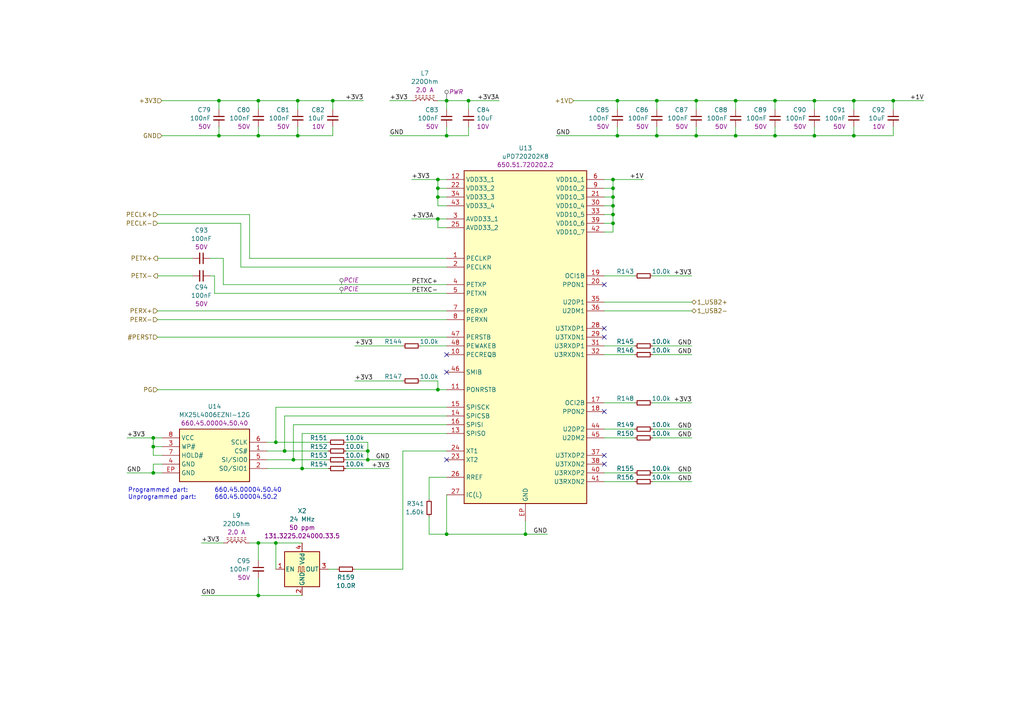
<source format=kicad_sch>
(kicad_sch (version 20250114) (generator "eeschema") (generator_version "9.0")
  (paper "A4")
  (title_block (title "CQ2") (date "2024-08-03") (rev "0") (comment 1 "PCIe USB Interface") (comment 2 "Manfred Schmitz") (comment 3 "tbd") (comment 4 "2024-07-03") (comment 5 "tbd") (comment 6 "A"))
  (lib_symbols
    (symbol "ci4rail-database:capacitors/86" (pin_numbers (hide yes)) (pin_names (offset 0.254) (hide yes))
      (property "Reference" "C" (at 0.254 1.778 0))
      (property "Value" "100nF" (at 0.254 -2.032 0))
      (property "Value2" "50V" (at 0 0 0))
      (symbol "capacitors/86_0_1"
        (polyline (pts (xy -1.524 0.508) (xy 1.524 0.508)) (stroke (width 0.3048)))
        (polyline (pts (xy -1.524 -0.508) (xy 1.524 -0.508)) (stroke (width 0.3302)))
      )
      (symbol "capacitors/86_1_1"
        (pin passive line (at 0 2.54 270) (length 2.032) (name "~") (number "1"))
        (pin passive line (at 0 -2.54 90) (length 2.032) (name "~") (number "2"))
      )
    )
    (symbol "ci4rail-database:capacitors/93" (pin_numbers (hide yes)) (pin_names (offset 0.254) (hide yes))
      (property "Reference" "C" (at 0.254 1.778 0))
      (property "Value" "10uF" (at 0.254 -2.032 0))
      (property "Value2" "10V" (at 0 0 0))
      (symbol "capacitors/93_0_1"
        (polyline (pts (xy -1.524 0.508) (xy 1.524 0.508)) (stroke (width 0.3048)))
        (polyline (pts (xy -1.524 -0.508) (xy 1.524 -0.508)) (stroke (width 0.3302)))
      )
      (symbol "capacitors/93_1_1"
        (pin passive line (at 0 2.54 270) (length 2.032) (name "~") (number "1"))
        (pin passive line (at 0 -2.54 90) (length 2.032) (name "~") (number "2"))
      )
    )
    (symbol "ci4rail-database:inductors/46" (pin_numbers (hide yes)) (pin_names (offset 1.016) (hide yes))
      (property "Reference" "L" (at -1.905 -1.905 90))
      (property "Value" "220Ohm" (at 2.794 0 90))
      (property "Value1" "2.0 A" (at 0 0 0))
      (symbol "inductors/46_0_1"
        (arc (start 0 2.54) (mid 0.635 1.905) (end 0 1.27))
        (arc (start 0 1.27) (mid 0.635 0.635) (end 0 0))
        (arc (start 0 0) (mid 0.635 -0.635) (end 0 -1.27))
        (arc (start 0 -1.27) (mid 0.635 -1.905) (end 0 -2.54))
        (polyline (pts (xy 1.016 2.286) (xy 1.016 2.794)))
        (polyline (pts (xy 1.016 1.27) (xy 1.016 1.778)))
        (polyline (pts (xy 1.016 0.254) (xy 1.016 0.762)))
        (polyline (pts (xy 1.016 -0.762) (xy 1.016 -0.254)))
        (polyline (pts (xy 1.016 -1.778) (xy 1.016 -1.27)))
        (polyline (pts (xy 1.016 -2.794) (xy 1.016 -2.286)))
        (polyline (pts (xy 1.524 2.794) (xy 1.524 2.286)))
        (polyline (pts (xy 1.524 1.778) (xy 1.524 1.27)))
        (polyline (pts (xy 1.524 0.762) (xy 1.524 0.254)))
        (polyline (pts (xy 1.524 -0.254) (xy 1.524 -0.762)))
        (polyline (pts (xy 1.524 -1.27) (xy 1.524 -1.778)))
        (polyline (pts (xy 1.524 -2.286) (xy 1.524 -2.794)))
      )
      (symbol "inductors/46_1_1"
        (pin passive line (at 0 3.81 270) (length 1.27) (name "1") (number "1"))
        (pin passive line (at 0 -3.81 90) (length 1.27) (name "2") (number "2"))
      )
    )
    (symbol "ci4rail-database:integrated/149"
      (property "Reference" "U" (at -0.762 53.086 0))
      (property "Value" "uPD720202K8" (at -10.414 50.8 0))
      (symbol "integrated/149_1_1"
        (rectangle (start -17.78 48.26) (end 17.78 -48.26) (stroke (width 0.254)) (fill (type background)))
        (pin passive line (at -22.86 45.72 0) (length 5.08) (name "VDD33_1") (number "12"))
        (pin passive line (at -22.86 43.18 0) (length 5.08) (name "VDD33_2") (number "22"))
        (pin passive line (at -22.86 40.64 0) (length 5.08) (name "VDD33_3") (number "34"))
        (pin passive line (at -22.86 38.1 0) (length 5.08) (name "VDD33_4") (number "43"))
        (pin passive line (at -22.86 34.29 0) (length 5.08) (name "AVDD33_1") (number "3"))
        (pin passive line (at -22.86 31.75 0) (length 5.08) (name "AVDD33_2") (number "25"))
        (pin passive line (at -22.86 22.86 0) (length 5.08) (name "PECLKP") (number "1"))
        (pin passive line (at -22.86 20.32 0) (length 5.08) (name "PECLKN") (number "2"))
        (pin passive line (at -22.86 15.24 0) (length 5.08) (name "PETXP") (number "4"))
        (pin passive line (at -22.86 12.7 0) (length 5.08) (name "PETXN") (number "5"))
        (pin passive line (at -22.86 7.62 0) (length 5.08) (name "PERXP") (number "7"))
        (pin passive line (at -22.86 5.08 0) (length 5.08) (name "PERXN") (number "8"))
        (pin passive line (at -22.86 0 0) (length 5.08) (name "PERSTB") (number "47"))
        (pin passive line (at -22.86 -2.54 0) (length 5.08) (name "PEWAKEB") (number "48"))
        (pin passive line (at -22.86 -5.08 0) (length 5.08) (name "PECREQB") (number "10"))
        (pin passive line (at -22.86 -10.16 0) (length 5.08) (name "SMIB") (number "46"))
        (pin passive line (at -22.86 -15.24 0) (length 5.08) (name "PONRSTB") (number "11"))
        (pin passive line (at -22.86 -20.32 0) (length 5.08) (name "SPISCK") (number "15"))
        (pin passive line (at -22.86 -22.86 0) (length 5.08) (name "SPICSB") (number "14"))
        (pin passive line (at -22.86 -25.4 0) (length 5.08) (name "SPISI") (number "16"))
        (pin passive line (at -22.86 -27.94 0) (length 5.08) (name "SPISO") (number "13"))
        (pin passive line (at -22.86 -33.02 0) (length 5.08) (name "XT1") (number "24"))
        (pin passive line (at -22.86 -35.56 0) (length 5.08) (name "XT2") (number "23"))
        (pin passive line (at -22.86 -40.64 0) (length 5.08) (name "RREF") (number "26"))
        (pin passive line (at -22.86 -45.72 0) (length 5.08) (name "IC(L)") (number "27"))
        (pin passive line (at 0 -53.34 90) (length 5.08) (name "GND") (number "EP"))
        (pin passive line (at 22.86 45.72 180) (length 5.08) (name "VDD10_1") (number "6"))
        (pin passive line (at 22.86 43.18 180) (length 5.08) (name "VDD10_2") (number "9"))
        (pin passive line (at 22.86 40.64 180) (length 5.08) (name "VDD10_3") (number "21"))
        (pin passive line (at 22.86 38.1 180) (length 5.08) (name "VDD10_4") (number "30"))
        (pin passive line (at 22.86 35.56 180) (length 5.08) (name "VDD10_5") (number "33"))
        (pin passive line (at 22.86 33.02 180) (length 5.08) (name "VDD10_6") (number "39"))
        (pin passive line (at 22.86 30.48 180) (length 5.08) (name "VDD10_7") (number "42"))
        (pin passive line (at 22.86 17.78 180) (length 5.08) (name "OCI1B") (number "19"))
        (pin passive line (at 22.86 15.24 180) (length 5.08) (name "PPON1") (number "20"))
        (pin passive line (at 22.86 10.16 180) (length 5.08) (name "U2DP1") (number "35"))
        (pin passive line (at 22.86 7.62 180) (length 5.08) (name "U2DM1") (number "36"))
        (pin passive line (at 22.86 2.54 180) (length 5.08) (name "U3TXDP1") (number "28"))
        (pin passive line (at 22.86 0 180) (length 5.08) (name "U3TXDN1") (number "29"))
        (pin passive line (at 22.86 -2.54 180) (length 5.08) (name "U3RXDP1") (number "31"))
        (pin passive line (at 22.86 -5.08 180) (length 5.08) (name "U3RXDN1") (number "32"))
        (pin passive line (at 22.86 -19.05 180) (length 5.08) (name "OCI2B") (number "17"))
        (pin passive line (at 22.86 -21.59 180) (length 5.08) (name "PPON2") (number "18"))
        (pin passive line (at 22.86 -26.67 180) (length 5.08) (name "U2DP2") (number "44"))
        (pin passive line (at 22.86 -29.21 180) (length 5.08) (name "U2DM2") (number "45"))
        (pin passive line (at 22.86 -34.29 180) (length 5.08) (name "U3TXDP2") (number "37"))
        (pin passive line (at 22.86 -36.83 180) (length 5.08) (name "U3TXDN2") (number "38"))
        (pin passive line (at 22.86 -39.37 180) (length 5.08) (name "U3RXDP2") (number "40"))
        (pin passive line (at 22.86 -41.91 180) (length 5.08) (name "U3RXDN2") (number "41"))
      )
    )
    (symbol "ci4rail-database:integrated/150"
      (property "Reference" "U" (at -10.414 11.938 0))
      (property "Value" "MX25L4006EZNI-12G" (at -10.414 9.906 0))
      (symbol "integrated/150_1_1"
        (rectangle (start -10.16 7.62) (end 10.16 -7.62) (stroke (width 0.254)) (fill (type background)))
        (pin passive line (at -15.24 5.08 0) (length 5.08) (name "VCC") (number "8"))
        (pin passive line (at -15.24 2.54 0) (length 5.08) (name "WP#") (number "3"))
        (pin passive line (at -15.24 0 0) (length 5.08) (name "HOLD#") (number "7"))
        (pin passive line (at -15.24 -2.54 0) (length 5.08) (name "GND") (number "4"))
        (pin passive line (at -15.24 -5.08 0) (length 5.08) (name "GND") (number "EP"))
        (pin passive line (at 15.24 3.81 180) (length 5.08) (name "SCLK") (number "6"))
        (pin passive line (at 15.24 1.27 180) (length 5.08) (name "CS#") (number "1"))
        (pin passive line (at 15.24 -1.27 180) (length 5.08) (name "SI/SIO0") (number "5"))
        (pin passive line (at 15.24 -3.81 180) (length 5.08) (name "SO/SIO1") (number "2"))
      )
    )
    (symbol "ci4rail-database:integrated/75" (pin_names (offset 0.254))
      (property "Reference" "X" (at 2.54 11.938 0))
      (property "Value" "24 MHz" (at 2.286 10.16 0))
      (property "Value1" "50 ppm" (at 4.318 8.89 0))
      (property "ERP2" "131.3225.024000.33.5" (at 4.826 6.604 0))
      (symbol "integrated/75_0_1"
        (rectangle (start -5.08 5.08) (end 5.08 -5.08) (stroke (width 0.254)) (fill (type background)))
        (polyline (pts (xy -1.27 -0.762) (xy -1.016 -0.762) (xy -1.016 0.762) (xy -0.508 0.762) (xy -0.508 -0.762) (xy 0 -0.762) (xy 0 0.762) (xy 0.508 0.762) (xy 0.508 -0.762) (xy 0.762 -0.762)))
      )
      (symbol "integrated/75_1_1"
        (pin passive line (at -7.62 0 0) (length 2.54) (name "EN") (number "1"))
        (pin passive line (at 0 7.62 270) (length 2.54) (name "Vdd") (number "4"))
        (pin passive line (at 0 -7.62 90) (length 2.54) (name "GND") (number "2"))
        (pin passive line (at 7.62 0 180) (length 2.54) (name "OUT") (number "3"))
      )
    )
    (symbol "ci4rail-database:resistors/104" (pin_numbers (hide yes)) (pin_names (offset 0))
      (property "Reference" "R" (at 2.032 0 90))
      (property "Value" "10.0R" (at 0 0 90))
      (symbol "resistors/104_0_1"
        (rectangle (start -0.635 1.905) (end 0.635 -1.905) (stroke (width 0.254)))
      )
      (symbol "resistors/104_1_1"
        (pin passive line (at 0 2.54 270) (length 0.635) (name "~") (number "1"))
        (pin passive line (at 0 -2.54 90) (length 0.635) (name "~") (number "2"))
      )
    )
    (symbol "ci4rail-database:resistors/179" (pin_numbers (hide yes)) (pin_names (offset 0))
      (property "Reference" "R" (at 2.032 0 90))
      (property "Value" "10.0k" (at 0 0 90))
      (symbol "resistors/179_0_1"
        (rectangle (start -0.635 1.905) (end 0.635 -1.905) (stroke (width 0.254)))
      )
      (symbol "resistors/179_1_1"
        (pin passive line (at 0 2.54 270) (length 0.635) (name "~") (number "1"))
        (pin passive line (at 0 -2.54 90) (length 0.635) (name "~") (number "2"))
      )
    )
    (symbol "ci4rail-database:resistors/238" (pin_numbers (hide yes)) (pin_names (offset 0))
      (property "Reference" "R" (at 2.032 0 90))
      (property "Value" "1.60k" (at 0 0 90))
      (symbol "resistors/238_0_1"
        (rectangle (start -0.635 1.905) (end 0.635 -1.905) (stroke (width 0.254)))
      )
      (symbol "resistors/238_1_1"
        (pin passive line (at 0 2.54 270) (length 0.635) (name "~") (number "1"))
        (pin passive line (at 0 -2.54 90) (length 0.635) (name "~") (number "2"))
      )
    )
  )
  (text "Programmed part:	660.45.00004.50.40\nUnprogrammed part:	660.45.00004.50.2 " (at 37.084 143.256 0) (effects (font (size 1.27 1.27)) (justify left)))
  (junction (at 106.68 130.81))
  (junction (at 213.36 29.21))
  (junction (at 63.5 39.37))
  (junction (at 201.93 29.21))
  (junction (at 80.01 157.48))
  (junction (at 44.45 127))
  (junction (at 179.07 29.21))
  (junction (at 74.93 39.37))
  (junction (at 177.8 64.77))
  (junction (at 96.52 29.21))
  (junction (at 87.63 135.89))
  (junction (at 135.89 29.21))
  (junction (at 129.54 29.21))
  (junction (at 224.79 29.21))
  (junction (at 247.65 39.37))
  (junction (at 236.22 29.21))
  (junction (at 129.54 154.94))
  (junction (at 127 54.61))
  (junction (at 74.93 172.72))
  (junction (at 177.8 52.07))
  (junction (at 201.93 39.37))
  (junction (at 86.36 29.21))
  (junction (at 74.93 29.21))
  (junction (at 177.8 59.69))
  (junction (at 127 57.15))
  (junction (at 44.45 137.16))
  (junction (at 179.07 39.37))
  (junction (at 127 52.07))
  (junction (at 177.8 54.61))
  (junction (at 259.08 29.21))
  (junction (at 177.8 57.15))
  (junction (at 63.5 29.21))
  (junction (at 74.93 157.48))
  (junction (at 106.68 133.35))
  (junction (at 82.55 130.81))
  (junction (at 127 113.03))
  (junction (at 152.4 154.94))
  (junction (at 85.09 133.35))
  (junction (at 190.5 29.21))
  (junction (at 247.65 29.21))
  (junction (at 213.36 39.37))
  (junction (at 224.79 39.37))
  (junction (at 80.01 128.27))
  (junction (at 44.45 129.54))
  (junction (at 129.54 39.37))
  (junction (at 236.22 39.37))
  (junction (at 177.8 62.23))
  (junction (at 127 63.5))
  (junction (at 190.5 39.37))
  (junction (at 86.36 39.37))
  (no_connect (at 175.26 134.62))
  (no_connect (at 175.26 82.55))
  (no_connect (at 129.54 102.87))
  (no_connect (at 175.26 132.08))
  (no_connect (at 129.54 107.95))
  (no_connect (at 175.26 119.38))
  (no_connect (at 175.26 97.79))
  (no_connect (at 175.26 95.25))
  (no_connect (at 129.54 133.35))
  (wire (pts (xy 77.47 133.35) (xy 85.09 133.35)))
  (wire (pts (xy 127 110.49) (xy 127 113.03)))
  (wire (pts (xy 201.93 36.83) (xy 201.93 39.37)))
  (wire (pts (xy 259.08 31.75) (xy 259.08 29.21)))
  (wire (pts (xy 127 66.04) (xy 127 63.5)))
  (wire (pts (xy 129.54 66.04) (xy 127 66.04)))
  (wire (pts (xy 74.93 172.72) (xy 74.93 167.64)))
  (wire (pts (xy 80.01 128.27) (xy 80.01 118.11)))
  (wire (pts (xy 190.5 36.83) (xy 190.5 39.37)))
  (wire (pts (xy 259.08 36.83) (xy 259.08 39.37)))
  (wire (pts (xy 121.92 100.33) (xy 129.54 100.33)))
  (wire (pts (xy 179.07 29.21) (xy 190.5 29.21)))
  (wire (pts (xy 116.84 130.81) (xy 116.84 165.1)))
  (wire (pts (xy 177.8 62.23) (xy 175.26 62.23)))
  (wire (pts (xy 45.72 113.03) (xy 127 113.03)))
  (wire (pts (xy 177.8 64.77) (xy 177.8 67.31)))
  (wire (pts (xy 200.66 80.01) (xy 189.23 80.01)))
  (wire (pts (xy 86.36 29.21) (xy 86.36 31.75)))
  (wire (pts (xy 45.72 80.01) (xy 55.88 80.01)))
  (wire (pts (xy 100.33 130.81) (xy 106.68 130.81)))
  (wire (pts (xy 184.15 80.01) (xy 175.26 80.01)))
  (wire (pts (xy 121.92 110.49) (xy 127 110.49)))
  (wire (pts (xy 100.33 128.27) (xy 106.68 128.27)))
  (wire (pts (xy 200.66 116.84) (xy 189.23 116.84)))
  (wire (pts (xy 129.54 74.93) (xy 72.39 74.93)))
  (wire (pts (xy 129.54 120.65) (xy 82.55 120.65)))
  (wire (pts (xy 116.84 165.1) (xy 102.87 165.1)))
  (wire (pts (xy 124.46 149.86) (xy 124.46 154.94)))
  (wire (pts (xy 77.47 128.27) (xy 80.01 128.27)))
  (wire (pts (xy 113.03 39.37) (xy 129.54 39.37)))
  (wire (pts (xy 259.08 29.21) (xy 267.97 29.21)))
  (wire (pts (xy 100.33 133.35) (xy 106.68 133.35)))
  (wire (pts (xy 46.99 134.62) (xy 44.45 134.62)))
  (wire (pts (xy 77.47 130.81) (xy 82.55 130.81)))
  (wire (pts (xy 127 54.61) (xy 127 57.15)))
  (wire (pts (xy 135.89 31.75) (xy 135.89 29.21)))
  (wire (pts (xy 135.89 36.83) (xy 135.89 39.37)))
  (wire (pts (xy 224.79 36.83) (xy 224.79 39.37)))
  (wire (pts (xy 175.26 90.17) (xy 200.66 90.17)))
  (wire (pts (xy 175.26 139.7) (xy 184.15 139.7)))
  (wire (pts (xy 86.36 39.37) (xy 74.93 39.37)))
  (wire (pts (xy 152.4 151.13) (xy 152.4 154.94)))
  (wire (pts (xy 97.79 165.1) (xy 95.25 165.1)))
  (wire (pts (xy 224.79 29.21) (xy 224.79 31.75)))
  (wire (pts (xy 45.72 97.79) (xy 129.54 97.79)))
  (wire (pts (xy 177.8 62.23) (xy 177.8 64.77)))
  (wire (pts (xy 189.23 100.33) (xy 200.66 100.33)))
  (wire (pts (xy 127 63.5) (xy 129.54 63.5)))
  (wire (pts (xy 177.8 54.61) (xy 177.8 57.15)))
  (wire (pts (xy 80.01 157.48) (xy 87.63 157.48)))
  (wire (pts (xy 87.63 125.73) (xy 87.63 135.89)))
  (wire (pts (xy 82.55 130.81) (xy 95.25 130.81)))
  (wire (pts (xy 184.15 116.84) (xy 175.26 116.84)))
  (wire (pts (xy 80.01 118.11) (xy 129.54 118.11)))
  (wire (pts (xy 58.42 157.48) (xy 64.77 157.48)))
  (wire (pts (xy 124.46 154.94) (xy 129.54 154.94)))
  (wire (pts (xy 45.72 90.17) (xy 129.54 90.17)))
  (wire (pts (xy 129.54 54.61) (xy 127 54.61)))
  (wire (pts (xy 201.93 39.37) (xy 190.5 39.37)))
  (wire (pts (xy 96.52 29.21) (xy 105.41 29.21)))
  (wire (pts (xy 58.42 172.72) (xy 74.93 172.72)))
  (wire (pts (xy 190.5 29.21) (xy 201.93 29.21)))
  (wire (pts (xy 69.85 77.47) (xy 69.85 64.77)))
  (wire (pts (xy 74.93 29.21) (xy 86.36 29.21)))
  (wire (pts (xy 236.22 29.21) (xy 236.22 31.75)))
  (wire (pts (xy 166.37 29.21) (xy 179.07 29.21)))
  (wire (pts (xy 129.54 52.07) (xy 127 52.07)))
  (wire (pts (xy 201.93 29.21) (xy 213.36 29.21)))
  (wire (pts (xy 100.33 135.89) (xy 113.03 135.89)))
  (wire (pts (xy 177.8 59.69) (xy 175.26 59.69)))
  (wire (pts (xy 177.8 67.31) (xy 175.26 67.31)))
  (wire (pts (xy 60.96 74.93) (xy 64.77 74.93)))
  (wire (pts (xy 80.01 165.1) (xy 80.01 157.48)))
  (wire (pts (xy 247.65 36.83) (xy 247.65 39.37)))
  (wire (pts (xy 236.22 36.83) (xy 236.22 39.37)))
  (wire (pts (xy 177.8 52.07) (xy 175.26 52.07)))
  (wire (pts (xy 247.65 29.21) (xy 259.08 29.21)))
  (wire (pts (xy 46.99 29.21) (xy 63.5 29.21)))
  (wire (pts (xy 213.36 36.83) (xy 213.36 39.37)))
  (wire (pts (xy 74.93 157.48) (xy 80.01 157.48)))
  (wire (pts (xy 119.38 52.07) (xy 127 52.07)))
  (wire (pts (xy 189.23 124.46) (xy 200.66 124.46)))
  (wire (pts (xy 85.09 133.35) (xy 85.09 123.19)))
  (wire (pts (xy 213.36 39.37) (xy 224.79 39.37)))
  (wire (pts (xy 127 29.21) (xy 129.54 29.21)))
  (wire (pts (xy 36.83 127) (xy 44.45 127)))
  (wire (pts (xy 62.23 80.01) (xy 60.96 80.01)))
  (wire (pts (xy 106.68 128.27) (xy 106.68 130.81)))
  (wire (pts (xy 106.68 133.35) (xy 113.03 133.35)))
  (wire (pts (xy 129.54 143.51) (xy 129.54 154.94)))
  (wire (pts (xy 135.89 39.37) (xy 129.54 39.37)))
  (wire (pts (xy 85.09 133.35) (xy 95.25 133.35)))
  (wire (pts (xy 127 52.07) (xy 127 54.61)))
  (wire (pts (xy 96.52 36.83) (xy 96.52 39.37)))
  (wire (pts (xy 46.99 39.37) (xy 63.5 39.37)))
  (wire (pts (xy 72.39 157.48) (xy 74.93 157.48)))
  (wire (pts (xy 74.93 162.56) (xy 74.93 157.48)))
  (wire (pts (xy 102.87 100.33) (xy 116.84 100.33)))
  (wire (pts (xy 177.8 52.07) (xy 186.69 52.07)))
  (wire (pts (xy 224.79 39.37) (xy 236.22 39.37)))
  (wire (pts (xy 46.99 132.08) (xy 44.45 132.08)))
  (wire (pts (xy 44.45 137.16) (xy 46.99 137.16)))
  (wire (pts (xy 129.54 125.73) (xy 87.63 125.73)))
  (wire (pts (xy 175.26 124.46) (xy 184.15 124.46)))
  (wire (pts (xy 129.54 29.21) (xy 135.89 29.21)))
  (wire (pts (xy 113.03 29.21) (xy 119.38 29.21)))
  (wire (pts (xy 175.26 87.63) (xy 200.66 87.63)))
  (wire (pts (xy 64.77 74.93) (xy 64.77 82.55)))
  (wire (pts (xy 129.54 36.83) (xy 129.54 39.37)))
  (wire (pts (xy 175.26 127) (xy 184.15 127)))
  (wire (pts (xy 127 113.03) (xy 129.54 113.03)))
  (wire (pts (xy 213.36 29.21) (xy 224.79 29.21)))
  (wire (pts (xy 102.87 110.49) (xy 116.84 110.49)))
  (wire (pts (xy 44.45 129.54) (xy 44.45 127)))
  (wire (pts (xy 45.72 62.23) (xy 72.39 62.23)))
  (wire (pts (xy 80.01 128.27) (xy 95.25 128.27)))
  (wire (pts (xy 177.8 52.07) (xy 177.8 54.61)))
  (wire (pts (xy 36.83 137.16) (xy 44.45 137.16)))
  (wire (pts (xy 63.5 29.21) (xy 74.93 29.21)))
  (wire (pts (xy 74.93 36.83) (xy 74.93 39.37)))
  (wire (pts (xy 119.38 63.5) (xy 127 63.5)))
  (wire (pts (xy 69.85 77.47) (xy 129.54 77.47)))
  (wire (pts (xy 247.65 29.21) (xy 247.65 31.75)))
  (wire (pts (xy 161.29 39.37) (xy 179.07 39.37)))
  (wire (pts (xy 62.23 80.01) (xy 62.23 85.09)))
  (wire (pts (xy 189.23 137.16) (xy 200.66 137.16)))
  (wire (pts (xy 82.55 120.65) (xy 82.55 130.81)))
  (wire (pts (xy 189.23 127) (xy 200.66 127)))
  (wire (pts (xy 179.07 36.83) (xy 179.07 39.37)))
  (wire (pts (xy 224.79 29.21) (xy 236.22 29.21)))
  (wire (pts (xy 129.54 31.75) (xy 129.54 29.21)))
  (wire (pts (xy 77.47 135.89) (xy 87.63 135.89)))
  (wire (pts (xy 177.8 57.15) (xy 177.8 59.69)))
  (wire (pts (xy 63.5 31.75) (xy 63.5 29.21)))
  (wire (pts (xy 201.93 29.21) (xy 201.93 31.75)))
  (wire (pts (xy 127 57.15) (xy 129.54 57.15)))
  (wire (pts (xy 124.46 138.43) (xy 124.46 144.78)))
  (wire (pts (xy 106.68 130.81) (xy 106.68 133.35)))
  (wire (pts (xy 135.89 29.21) (xy 144.78 29.21)))
  (wire (pts (xy 189.23 139.7) (xy 200.66 139.7)))
  (wire (pts (xy 86.36 29.21) (xy 96.52 29.21)))
  (wire (pts (xy 96.52 31.75) (xy 96.52 29.21)))
  (wire (pts (xy 177.8 64.77) (xy 175.26 64.77)))
  (wire (pts (xy 179.07 31.75) (xy 179.07 29.21)))
  (wire (pts (xy 74.93 39.37) (xy 63.5 39.37)))
  (wire (pts (xy 45.72 74.93) (xy 55.88 74.93)))
  (wire (pts (xy 44.45 127) (xy 46.99 127)))
  (wire (pts (xy 87.63 172.72) (xy 74.93 172.72)))
  (wire (pts (xy 177.8 59.69) (xy 177.8 62.23)))
  (wire (pts (xy 175.26 102.87) (xy 184.15 102.87)))
  (wire (pts (xy 127 59.69) (xy 127 57.15)))
  (wire (pts (xy 62.23 85.09) (xy 129.54 85.09)))
  (wire (pts (xy 74.93 29.21) (xy 74.93 31.75)))
  (wire (pts (xy 64.77 82.55) (xy 129.54 82.55)))
  (wire (pts (xy 190.5 29.21) (xy 190.5 31.75)))
  (wire (pts (xy 190.5 39.37) (xy 179.07 39.37)))
  (wire (pts (xy 116.84 130.81) (xy 129.54 130.81)))
  (wire (pts (xy 189.23 102.87) (xy 200.66 102.87)))
  (wire (pts (xy 44.45 134.62) (xy 44.45 137.16)))
  (wire (pts (xy 45.72 64.77) (xy 69.85 64.77)))
  (wire (pts (xy 45.72 92.71) (xy 129.54 92.71)))
  (wire (pts (xy 129.54 138.43) (xy 124.46 138.43)))
  (wire (pts (xy 72.39 74.93) (xy 72.39 62.23)))
  (wire (pts (xy 85.09 123.19) (xy 129.54 123.19)))
  (wire (pts (xy 236.22 29.21) (xy 247.65 29.21)))
  (wire (pts (xy 87.63 135.89) (xy 95.25 135.89)))
  (wire (pts (xy 63.5 36.83) (xy 63.5 39.37)))
  (wire (pts (xy 86.36 36.83) (xy 86.36 39.37)))
  (wire (pts (xy 247.65 39.37) (xy 259.08 39.37)))
  (wire (pts (xy 96.52 39.37) (xy 86.36 39.37)))
  (wire (pts (xy 175.26 100.33) (xy 184.15 100.33)))
  (wire (pts (xy 44.45 129.54) (xy 46.99 129.54)))
  (wire (pts (xy 177.8 54.61) (xy 175.26 54.61)))
  (wire (pts (xy 177.8 57.15) (xy 175.26 57.15)))
  (wire (pts (xy 236.22 39.37) (xy 247.65 39.37)))
  (wire (pts (xy 44.45 132.08) (xy 44.45 129.54)))
  (wire (pts (xy 129.54 59.69) (xy 127 59.69)))
  (wire (pts (xy 201.93 39.37) (xy 213.36 39.37)))
  (wire (pts (xy 152.4 154.94) (xy 158.75 154.94)))
  (wire (pts (xy 213.36 29.21) (xy 213.36 31.75)))
  (wire (pts (xy 129.54 154.94) (xy 152.4 154.94)))
  (wire (pts (xy 175.26 137.16) (xy 184.15 137.16)))
  (label "+1V" (at 267.97 29.21 180))
  (label "+1V" (at 186.69 52.07 180))
  (label "PETXC+" (at 119.38 82.55 0))
  (label "GND" (at 36.83 137.16 0))
  (label "PETXC-" (at 119.38 85.09 0))
  (label "+3V3" (at 113.03 135.89 180))
  (label "+3V3A" (at 119.38 63.5 0))
  (label "GND" (at 58.42 172.72 0))
  (label "GND" (at 200.66 127 180))
  (label "GND" (at 113.03 39.37 0))
  (label "GND" (at 200.66 124.46 180))
  (label "+3V3" (at 102.87 100.33 0))
  (label "GND" (at 200.66 100.33 180))
  (label "+3V3A" (at 144.78 29.21 180))
  (label "+3V3" (at 58.42 157.48 0))
  (label "+3V3" (at 105.41 29.21 180))
  (label "+3V3" (at 200.66 116.84 180))
  (label "+3V3" (at 113.03 29.21 0))
  (label "+3V3" (at 102.87 110.49 0))
  (label "GND" (at 200.66 137.16 180))
  (label "+3V3" (at 200.66 80.01 180))
  (label "+3V3" (at 119.38 52.07 0))
  (label "GND" (at 113.03 133.35 180))
  (label "GND" (at 200.66 102.87 180))
  (label "GND" (at 158.75 154.94 180))
  (label "GND" (at 200.66 139.7 180))
  (label "GND" (at 161.29 39.37 0))
  (label "+3V3" (at 36.83 127 0))
  (hierarchical_label "1_USB2-" (shape bidirectional) (at 200.66 90.17 0))
  (hierarchical_label "PERX-" (shape input) (at 45.72 92.71 180))
  (hierarchical_label "PECLK-" (shape input) (at 45.72 64.77 180))
  (hierarchical_label "GND" (shape input) (at 46.99 39.37 180))
  (hierarchical_label "PETX+" (shape output) (at 45.72 74.93 180))
  (hierarchical_label "PG" (shape input) (at 45.72 113.03 180))
  (hierarchical_label "PETX-" (shape output) (at 45.72 80.01 180))
  (hierarchical_label "+3V3" (shape input) (at 46.99 29.21 180))
  (hierarchical_label "#PERST" (shape input) (at 45.72 97.79 180))
  (hierarchical_label "+1V" (shape input) (at 166.37 29.21 180))
  (hierarchical_label "1_USB2+" (shape bidirectional) (at 200.66 87.63 0))
  (hierarchical_label "PECLK+" (shape input) (at 45.72 62.23 180))
  (hierarchical_label "PERX+" (shape input) (at 45.72 90.17 180))
  (netclass_flag "" (length 1.28) (shape round) (at 99.06 82.55 0) (property "Netclass" "PCIE" (at 99.568 81.28 0) (effects (font (italic yes)) (justify left))))
  (netclass_flag "" (length 1.28) (shape round) (at 99.06 85.09 0) (property "Netclass" "PCIE" (at 99.568 83.82 0) (effects (font (italic yes)) (justify left))))
  (netclass_flag "" (length 2.54) (shape round) (at 129.54 29.21 0) (property "Netclass" "PWR" (at 130.1496 26.67 0) (effects (font (italic yes)) (justify left))))
  (symbol (lib_id "ci4rail-database:capacitors/93") (at 259.08 34.29 0) (mirror y) (unit 1)
    (property "Reference" "C92" (at 256.7559 31.872 0) (effects (justify left)))
    (property "Value" "10uF" (at 256.7559 34.2963 0) (effects (justify left)))
    (property "Footprint" "0-standard:0402-capacitor" (effects (hide yes)))
    (property "Description" "Multilayer Ceramic Capacitors" (effects (hide yes)))
    (property "Value1" "+/-20 %" (effects (hide yes)))
    (property "Value2" "10V" (at 256.7559 36.7206 0) (effects (justify left)))
    (property "Value3" "X5R" (effects (hide yes)))
    (property "MPN" "n/a" (effects (hide yes)))
    (property "LTB" "9999" (effects (hide yes)))
    (property "ERP1" "M120-00067-00" (effects (hide yes)))
    (property "ERP2" "110.42.610.010.0" (effects (hide yes)))
    (property "Cost" "0.1" (effects (hide yes)))
    (property "Lifecycle" "released" (effects (hide yes)))
    (property "Outline" "SMT 0402" (effects (hide yes)))
  )
  (symbol (lib_id "ci4rail-database:capacitors/86") (at 213.36 34.29 0) (mirror y) (unit 1)
    (property "Reference" "C88" (at 211.036 31.872 0) (effects (justify left)))
    (property "Value" "100nF" (at 211.036 34.2963 0) (effects (justify left)))
    (property "Footprint" "0-standard:0402-capacitor" (effects (hide yes)))
    (property "Description" "Multilayer Ceramic Capacitors" (effects (hide yes)))
    (property "Value1" "+/-10 %" (effects (hide yes)))
    (property "Value2" "50V" (at 211.036 36.7206 0) (effects (justify left)))
    (property "Value3" "X5R/X7R" (effects (hide yes)))
    (property "MPN" "n/a" (effects (hide yes)))
    (property "LTB" "9999" (effects (hide yes)))
    (property "ERP1" "M120-00060-00" (effects (hide yes)))
    (property "ERP2" "110.42.410.050.0" (effects (hide yes)))
    (property "Cost" "0.02" (effects (hide yes)))
    (property "Lifecycle" "released" (effects (hide yes)))
    (property "Outline" "SMT 0402" (effects (hide yes)))
  )
  (symbol (lib_id "ci4rail-database:capacitors/86") (at 236.22 34.29 0) (mirror y) (unit 1)
    (property "Reference" "C90" (at 233.896 31.872 0) (effects (justify left)))
    (property "Value" "100nF" (at 233.896 34.2963 0) (effects (justify left)))
    (property "Footprint" "0-standard:0402-capacitor" (effects (hide yes)))
    (property "Description" "Multilayer Ceramic Capacitors" (effects (hide yes)))
    (property "Value1" "+/-10 %" (effects (hide yes)))
    (property "Value2" "50V" (at 233.896 36.7206 0) (effects (justify left)))
    (property "Value3" "X5R/X7R" (effects (hide yes)))
    (property "MPN" "n/a" (effects (hide yes)))
    (property "LTB" "9999" (effects (hide yes)))
    (property "ERP1" "M120-00060-00" (effects (hide yes)))
    (property "ERP2" "110.42.410.050.0" (effects (hide yes)))
    (property "Cost" "0.02" (effects (hide yes)))
    (property "Lifecycle" "released" (effects (hide yes)))
    (property "Outline" "SMT 0402" (effects (hide yes)))
  )
  (symbol (lib_id "ci4rail-database:resistors/179") (at 119.38 100.33 90) (unit 1)
    (property "Reference" "R144" (at 114.046 99.06 90))
    (property "Value" "10.0k" (at 124.46 99.06 90))
    (property "Footprint" "0-standard:0402-resistor" (effects (hide yes)))
    (property "Description" "Thick film resistor" (effects (hide yes)))
    (property "Value1" "+/-1%" (effects (hide yes)))
    (property "Value2" "100 ppm" (effects (hide yes)))
    (property "Value3" "62.5 mW" (effects (hide yes)))
    (property "Value4" "50 V" (effects (hide yes)))
    (property "MPN" "n/a" (effects (hide yes)))
    (property "LTB" "9999" (effects (hide yes)))
    (property "ERP1" "M110-00163-00" (effects (hide yes)))
    (property "ERP2" "101.403.3100" (effects (hide yes)))
    (property "Lifecycle" "released" (effects (hide yes)))
    (property "Cost" "0.01" (effects (hide yes)))
    (property "Outline" "SMT 0402" (effects (hide yes)))
  )
  (symbol (lib_id "ci4rail-database:capacitors/86") (at 74.93 165.1 0) (mirror y) (unit 1)
    (property "Reference" "C95" (at 72.606 162.682 0) (effects (justify left)))
    (property "Value" "100nF" (at 72.606 165.1063 0) (effects (justify left)))
    (property "Footprint" "0-standard:0402-capacitor" (effects (hide yes)))
    (property "Description" "Multilayer Ceramic Capacitors" (effects (hide yes)))
    (property "Value1" "+/-10 %" (effects (hide yes)))
    (property "Value2" "50V" (at 72.606 167.5306 0) (effects (justify left)))
    (property "Value3" "X5R/X7R" (effects (hide yes)))
    (property "MPN" "n/a" (effects (hide yes)))
    (property "LTB" "9999" (effects (hide yes)))
    (property "ERP1" "M120-00060-00" (effects (hide yes)))
    (property "ERP2" "110.42.410.050.0" (effects (hide yes)))
    (property "Cost" "0.02" (effects (hide yes)))
    (property "Lifecycle" "released" (effects (hide yes)))
    (property "Outline" "SMT 0402" (effects (hide yes)))
  )
  (symbol (lib_id "ci4rail-database:inductors/46") (at 68.58 157.48 270) (mirror x) (unit 1)
    (property "Reference" "L9" (at 68.58 149.5143 90))
    (property "Value" "220Ohm" (at 68.58 151.9386 90))
    (property "Footprint" "0-standard:0805-inductor" (effects (hide yes)))
    (property "Datasheet" "${KICAD_CI4RAIL_DATASHEET_DIR}/inductors-46" (effects (hide yes)))
    (property "Description" "Ferrites" (effects (hide yes)))
    (property "Value1" "2.0 A" (at 68.58 154.3629 90))
    (property "Value2" "50 mOhm" (effects (hide yes)))
    (property "MPN" "Walsin WQBD2012HCU221TH" (effects (hide yes)))
    (property "MPN1" "Murata" (effects (hide yes)))
    (property "MPN2" "BLM21PG221SN1D" (effects (hide yes)))
    (property "LTB" "2034" (effects (hide yes)))
    (property "Lifecycle" "released" (effects (hide yes)))
    (property "Cost" "0.03" (effects (hide yes)))
    (property "ERP1" "M131-00003-00" (effects (hide yes)))
    (property "ERP2" "119.2.0805.0220.0" (effects (hide yes)))
    (property "Outline" "SMT 0805" (effects (hide yes)))
  )
  (symbol (lib_id "ci4rail-database:resistors/104") (at 100.33 165.1 90) (unit 1)
    (property "Reference" "R159" (at 100.33 167.4551 90))
    (property "Value" "10.0R" (at 100.33 169.8794 90))
    (property "Footprint" "0-standard:0402-resistor" (effects (hide yes)))
    (property "Description" "Thick film resistor" (effects (hide yes)))
    (property "Value1" "+/-1%" (effects (hide yes)))
    (property "Value2" "100 ppm" (effects (hide yes)))
    (property "Value3" "62.5 mW" (effects (hide yes)))
    (property "Value4" "50 V" (effects (hide yes)))
    (property "MPN" "n/a" (effects (hide yes)))
    (property "LTB" "9999" (effects (hide yes)))
    (property "ERP1" "M110-00088-00" (effects (hide yes)))
    (property "ERP2" "101.403.0100" (effects (hide yes)))
    (property "Lifecycle" "released" (effects (hide yes)))
    (property "Cost" "0.01" (effects (hide yes)))
    (property "Outline" "SMT 0402" (effects (hide yes)))
  )
  (symbol (lib_id "ci4rail-database:capacitors/86") (at 86.36 34.29 0) (mirror y) (unit 1)
    (property "Reference" "C81" (at 84.036 31.872 0) (effects (justify left)))
    (property "Value" "100nF" (at 84.036 34.2963 0) (effects (justify left)))
    (property "Footprint" "0-standard:0402-capacitor" (effects (hide yes)))
    (property "Description" "Multilayer Ceramic Capacitors" (effects (hide yes)))
    (property "Value1" "+/-10 %" (effects (hide yes)))
    (property "Value2" "50V" (at 84.036 36.7206 0) (effects (justify left)))
    (property "Value3" "X5R/X7R" (effects (hide yes)))
    (property "MPN" "n/a" (effects (hide yes)))
    (property "LTB" "9999" (effects (hide yes)))
    (property "ERP1" "M120-00060-00" (effects (hide yes)))
    (property "ERP2" "110.42.410.050.0" (effects (hide yes)))
    (property "Cost" "0.02" (effects (hide yes)))
    (property "Lifecycle" "released" (effects (hide yes)))
    (property "Outline" "SMT 0402" (effects (hide yes)))
  )
  (symbol (lib_id "ci4rail-database:capacitors/86") (at 58.42 74.93 270) (unit 1)
    (property "Reference" "C93" (at 58.4136 66.7992 90))
    (property "Value" "100nF" (at 58.4136 69.2235 90))
    (property "Footprint" "0-standard:0402-capacitor" (effects (hide yes)))
    (property "Description" "Multilayer Ceramic Capacitors" (effects (hide yes)))
    (property "Value1" "+/-10 %" (effects (hide yes)))
    (property "Value2" "50V" (at 58.4136 71.6478 90))
    (property "Value3" "X5R/X7R" (effects (hide yes)))
    (property "MPN" "n/a" (effects (hide yes)))
    (property "LTB" "9999" (effects (hide yes)))
    (property "ERP1" "M120-00060-00" (effects (hide yes)))
    (property "ERP2" "110.42.410.050.0" (effects (hide yes)))
    (property "Cost" "0.02" (effects (hide yes)))
    (property "Lifecycle" "released" (effects (hide yes)))
    (property "Outline" "SMT 0402" (effects (hide yes)))
  )
  (symbol (lib_id "ci4rail-database:resistors/179") (at 186.69 124.46 90) (unit 1)
    (property "Reference" "R149" (at 181.356 123.19 90))
    (property "Value" "10.0k" (at 191.77 123.19 90))
    (property "Footprint" "0-standard:0402-resistor" (effects (hide yes)))
    (property "Description" "Thick film resistor" (effects (hide yes)))
    (property "Value1" "+/-1%" (effects (hide yes)))
    (property "Value2" "100 ppm" (effects (hide yes)))
    (property "Value3" "62.5 mW" (effects (hide yes)))
    (property "Value4" "50 V" (effects (hide yes)))
    (property "MPN" "n/a" (effects (hide yes)))
    (property "LTB" "9999" (effects (hide yes)))
    (property "ERP1" "M110-00163-00" (effects (hide yes)))
    (property "ERP2" "101.403.3100" (effects (hide yes)))
    (property "Lifecycle" "released" (effects (hide yes)))
    (property "Cost" "0.01" (effects (hide yes)))
    (property "Outline" "SMT 0402" (effects (hide yes)))
  )
  (symbol (lib_id "ci4rail-database:integrated/150") (at 62.23 132.08 0) (unit 1)
    (property "Reference" "U14" (at 62.23 117.8913 0))
    (property "Value" "MX25L4006EZNI-12G" (at 62.23 120.3156 0))
    (property "Footprint" "1-special:integrated-150" (effects (hide yes)))
    (property "Datasheet" "${KICAD_CI4RAIL_DATASHEET_DIR}/integrated-150" (effects (hide yes)))
    (property "Description" "Flash SPI" (effects (hide yes)))
    (property "Value1" "1Mx8" (effects (hide yes)))
    (property "Value2" "33 MHz" (effects (hide yes)))
    (property "Value3" "2.7 to 3.6 V" (effects (hide yes)))
    (property "MPN" "Macronix MX25L4006EZNI-12G" (effects (hide yes)))
    (property "LTB" "2030" (effects (hide yes)))
    (property "ERP1" "integrated-150" (effects (hide yes)))
    (property "ERP2" "660.45.00004.50.40" (at 62.23 122.7399 0))
    (property "Cost" "0.45" (effects (hide yes)))
    (property "Lifecycle" "review pending CQ2" (effects (hide yes)))
    (property "Outline" "SMT 8-WSON 6x5mm" (effects (hide yes)))
  )
  (symbol (lib_id "ci4rail-database:capacitors/86") (at 63.5 34.29 0) (mirror y) (unit 1)
    (property "Reference" "C79" (at 61.176 31.872 0) (effects (justify left)))
    (property "Value" "100nF" (at 61.176 34.2963 0) (effects (justify left)))
    (property "Footprint" "0-standard:0402-capacitor" (effects (hide yes)))
    (property "Description" "Multilayer Ceramic Capacitors" (effects (hide yes)))
    (property "Value1" "+/-10 %" (effects (hide yes)))
    (property "Value2" "50V" (at 61.176 36.7206 0) (effects (justify left)))
    (property "Value3" "X5R/X7R" (effects (hide yes)))
    (property "MPN" "n/a" (effects (hide yes)))
    (property "LTB" "9999" (effects (hide yes)))
    (property "ERP1" "M120-00060-00" (effects (hide yes)))
    (property "ERP2" "110.42.410.050.0" (effects (hide yes)))
    (property "Cost" "0.02" (effects (hide yes)))
    (property "Lifecycle" "released" (effects (hide yes)))
    (property "Outline" "SMT 0402" (effects (hide yes)))
  )
  (symbol (lib_id "ci4rail-database:resistors/179") (at 119.38 110.49 90) (unit 1)
    (property "Reference" "R147" (at 114.046 109.22 90))
    (property "Value" "10.0k" (at 124.46 109.22 90))
    (property "Footprint" "0-standard:0402-resistor" (effects (hide yes)))
    (property "Description" "Thick film resistor" (effects (hide yes)))
    (property "Value1" "+/-1%" (effects (hide yes)))
    (property "Value2" "100 ppm" (effects (hide yes)))
    (property "Value3" "62.5 mW" (effects (hide yes)))
    (property "Value4" "50 V" (effects (hide yes)))
    (property "MPN" "n/a" (effects (hide yes)))
    (property "LTB" "9999" (effects (hide yes)))
    (property "ERP1" "M110-00163-00" (effects (hide yes)))
    (property "ERP2" "101.403.3100" (effects (hide yes)))
    (property "Lifecycle" "released" (effects (hide yes)))
    (property "Cost" "0.01" (effects (hide yes)))
    (property "Outline" "SMT 0402" (effects (hide yes)))
  )
  (symbol (lib_id "ci4rail-database:resistors/179") (at 186.69 127 90) (unit 1)
    (property "Reference" "R150" (at 181.356 125.73 90))
    (property "Value" "10.0k" (at 191.77 125.73 90))
    (property "Footprint" "0-standard:0402-resistor" (effects (hide yes)))
    (property "Description" "Thick film resistor" (effects (hide yes)))
    (property "Value1" "+/-1%" (effects (hide yes)))
    (property "Value2" "100 ppm" (effects (hide yes)))
    (property "Value3" "62.5 mW" (effects (hide yes)))
    (property "Value4" "50 V" (effects (hide yes)))
    (property "MPN" "n/a" (effects (hide yes)))
    (property "LTB" "9999" (effects (hide yes)))
    (property "ERP1" "M110-00163-00" (effects (hide yes)))
    (property "ERP2" "101.403.3100" (effects (hide yes)))
    (property "Lifecycle" "released" (effects (hide yes)))
    (property "Cost" "0.01" (effects (hide yes)))
    (property "Outline" "SMT 0402" (effects (hide yes)))
  )
  (symbol (lib_id "ci4rail-database:capacitors/86") (at 190.5 34.29 0) (mirror y) (unit 1)
    (property "Reference" "C86" (at 188.176 31.872 0) (effects (justify left)))
    (property "Value" "100nF" (at 188.176 34.2963 0) (effects (justify left)))
    (property "Footprint" "0-standard:0402-capacitor" (effects (hide yes)))
    (property "Description" "Multilayer Ceramic Capacitors" (effects (hide yes)))
    (property "Value1" "+/-10 %" (effects (hide yes)))
    (property "Value2" "50V" (at 188.176 36.7206 0) (effects (justify left)))
    (property "Value3" "X5R/X7R" (effects (hide yes)))
    (property "MPN" "n/a" (effects (hide yes)))
    (property "LTB" "9999" (effects (hide yes)))
    (property "ERP1" "M120-00060-00" (effects (hide yes)))
    (property "ERP2" "110.42.410.050.0" (effects (hide yes)))
    (property "Cost" "0.02" (effects (hide yes)))
    (property "Lifecycle" "released" (effects (hide yes)))
    (property "Outline" "SMT 0402" (effects (hide yes)))
  )
  (symbol (lib_id "ci4rail-database:capacitors/93") (at 135.89 34.29 0) (unit 1)
    (property "Reference" "C84" (at 138.2141 31.872 0) (effects (justify left)))
    (property "Value" "10uF" (at 138.2141 34.2963 0) (effects (justify left)))
    (property "Footprint" "0-standard:0402-capacitor" (effects (hide yes)))
    (property "Description" "Multilayer Ceramic Capacitors" (effects (hide yes)))
    (property "Value1" "+/-20 %" (effects (hide yes)))
    (property "Value2" "10V" (at 138.2141 36.7206 0) (effects (justify left)))
    (property "Value3" "X5R" (effects (hide yes)))
    (property "MPN" "n/a" (effects (hide yes)))
    (property "LTB" "9999" (effects (hide yes)))
    (property "ERP1" "M120-00067-00" (effects (hide yes)))
    (property "ERP2" "110.42.610.010.0" (effects (hide yes)))
    (property "Cost" "0.1" (effects (hide yes)))
    (property "Lifecycle" "released" (effects (hide yes)))
    (property "Outline" "SMT 0402" (effects (hide yes)))
  )
  (symbol (lib_id "ci4rail-database:capacitors/93") (at 96.52 34.29 0) (mirror y) (unit 1)
    (property "Reference" "C82" (at 94.1959 31.872 0) (effects (justify left)))
    (property "Value" "10uF" (at 94.1959 34.2963 0) (effects (justify left)))
    (property "Footprint" "0-standard:0402-capacitor" (effects (hide yes)))
    (property "Description" "Multilayer Ceramic Capacitors" (effects (hide yes)))
    (property "Value1" "+/-20 %" (effects (hide yes)))
    (property "Value2" "10V" (at 94.1959 36.7206 0) (effects (justify left)))
    (property "Value3" "X5R" (effects (hide yes)))
    (property "MPN" "n/a" (effects (hide yes)))
    (property "LTB" "9999" (effects (hide yes)))
    (property "ERP1" "M120-00067-00" (effects (hide yes)))
    (property "ERP2" "110.42.610.010.0" (effects (hide yes)))
    (property "Cost" "0.1" (effects (hide yes)))
    (property "Lifecycle" "released" (effects (hide yes)))
    (property "Outline" "SMT 0402" (effects (hide yes)))
  )
  (symbol (lib_id "ci4rail-database:capacitors/86") (at 247.65 34.29 0) (mirror y) (unit 1)
    (property "Reference" "C91" (at 245.326 31.872 0) (effects (justify left)))
    (property "Value" "100nF" (at 245.326 34.2963 0) (effects (justify left)))
    (property "Footprint" "0-standard:0402-capacitor" (effects (hide yes)))
    (property "Description" "Multilayer Ceramic Capacitors" (effects (hide yes)))
    (property "Value1" "+/-10 %" (effects (hide yes)))
    (property "Value2" "50V" (at 245.326 36.7206 0) (effects (justify left)))
    (property "Value3" "X5R/X7R" (effects (hide yes)))
    (property "MPN" "n/a" (effects (hide yes)))
    (property "LTB" "9999" (effects (hide yes)))
    (property "ERP1" "M120-00060-00" (effects (hide yes)))
    (property "ERP2" "110.42.410.050.0" (effects (hide yes)))
    (property "Cost" "0.02" (effects (hide yes)))
    (property "Lifecycle" "released" (effects (hide yes)))
    (property "Outline" "SMT 0402" (effects (hide yes)))
  )
  (symbol (lib_id "ci4rail-database:resistors/179") (at 186.69 137.16 90) (unit 1)
    (property "Reference" "R155" (at 181.356 135.89 90))
    (property "Value" "10.0k" (at 191.77 135.89 90))
    (property "Footprint" "0-standard:0402-resistor" (effects (hide yes)))
    (property "Description" "Thick film resistor" (effects (hide yes)))
    (property "Value1" "+/-1%" (effects (hide yes)))
    (property "Value2" "100 ppm" (effects (hide yes)))
    (property "Value3" "62.5 mW" (effects (hide yes)))
    (property "Value4" "50 V" (effects (hide yes)))
    (property "MPN" "n/a" (effects (hide yes)))
    (property "LTB" "9999" (effects (hide yes)))
    (property "ERP1" "M110-00163-00" (effects (hide yes)))
    (property "ERP2" "101.403.3100" (effects (hide yes)))
    (property "Lifecycle" "released" (effects (hide yes)))
    (property "Cost" "0.01" (effects (hide yes)))
    (property "Outline" "SMT 0402" (effects (hide yes)))
  )
  (symbol (lib_id "ci4rail-database:capacitors/86") (at 58.42 80.01 270) (unit 1)
    (property "Reference" "C94" (at 58.4136 83.2922 90))
    (property "Value" "100nF" (at 58.4136 85.7165 90))
    (property "Footprint" "0-standard:0402-capacitor" (effects (hide yes)))
    (property "Description" "Multilayer Ceramic Capacitors" (effects (hide yes)))
    (property "Value1" "+/-10 %" (effects (hide yes)))
    (property "Value2" "50V" (at 58.4136 88.1408 90))
    (property "Value3" "X5R/X7R" (effects (hide yes)))
    (property "MPN" "n/a" (effects (hide yes)))
    (property "LTB" "9999" (effects (hide yes)))
    (property "ERP1" "M120-00060-00" (effects (hide yes)))
    (property "ERP2" "110.42.410.050.0" (effects (hide yes)))
    (property "Cost" "0.02" (effects (hide yes)))
    (property "Lifecycle" "released" (effects (hide yes)))
    (property "Outline" "SMT 0402" (effects (hide yes)))
  )
  (symbol (lib_id "ci4rail-database:resistors/179") (at 186.69 100.33 90) (unit 1)
    (property "Reference" "R145" (at 181.356 99.06 90))
    (property "Value" "10.0k" (at 191.77 99.06 90))
    (property "Footprint" "0-standard:0402-resistor" (effects (hide yes)))
    (property "Description" "Thick film resistor" (effects (hide yes)))
    (property "Value1" "+/-1%" (effects (hide yes)))
    (property "Value2" "100 ppm" (effects (hide yes)))
    (property "Value3" "62.5 mW" (effects (hide yes)))
    (property "Value4" "50 V" (effects (hide yes)))
    (property "MPN" "n/a" (effects (hide yes)))
    (property "LTB" "9999" (effects (hide yes)))
    (property "ERP1" "M110-00163-00" (effects (hide yes)))
    (property "ERP2" "101.403.3100" (effects (hide yes)))
    (property "Lifecycle" "released" (effects (hide yes)))
    (property "Cost" "0.01" (effects (hide yes)))
    (property "Outline" "SMT 0402" (effects (hide yes)))
  )
  (symbol (lib_id "ci4rail-database:integrated/149") (at 152.4 97.79 0) (unit 1)
    (property "Reference" "U13" (at 152.4 42.9613 0))
    (property "Value" "uPD720202K8" (at 152.4 45.3856 0))
    (property "Footprint" "1-special:integrated-149" (effects (hide yes)))
    (property "Datasheet" "${KICAD_CI4RAIL_DATASHEET_DIR}/integrated-149" (effects (hide yes)))
    (property "Description" "Interfcae PCIe to USB3.0 dual" (effects (hide yes)))
    (property "MPN" "Renessas UPD720202K8-711-BAA-A" (effects (hide yes)))
    (property "LTB" "2026" (effects (hide yes)))
    (property "ERP1" "integrated-149" (effects (hide yes)))
    (property "ERP2" "650.51.720202.2" (at 152.4 47.8099 0))
    (property "Cost" "4.47" (effects (hide yes)))
    (property "Lifecycle" "ERP1 pending CQ2" (effects (hide yes)))
    (property "Outline" "SMT QFN-48" (effects (hide yes)))
  )
  (symbol (lib_id "ci4rail-database:resistors/179") (at 97.79 128.27 90) (unit 1)
    (property "Reference" "R151" (at 92.456 127 90))
    (property "Value" "10.0k" (at 102.87 127 90))
    (property "Footprint" "0-standard:0402-resistor" (effects (hide yes)))
    (property "Description" "Thick film resistor" (effects (hide yes)))
    (property "Value1" "+/-1%" (effects (hide yes)))
    (property "Value2" "100 ppm" (effects (hide yes)))
    (property "Value3" "62.5 mW" (effects (hide yes)))
    (property "Value4" "50 V" (effects (hide yes)))
    (property "MPN" "n/a" (effects (hide yes)))
    (property "LTB" "9999" (effects (hide yes)))
    (property "ERP1" "M110-00163-00" (effects (hide yes)))
    (property "ERP2" "101.403.3100" (effects (hide yes)))
    (property "Lifecycle" "released" (effects (hide yes)))
    (property "Cost" "0.01" (effects (hide yes)))
    (property "Outline" "SMT 0402" (effects (hide yes)))
  )
  (symbol (lib_id "ci4rail-database:capacitors/86") (at 179.07 34.29 0) (mirror y) (unit 1)
    (property "Reference" "C85" (at 176.746 31.872 0) (effects (justify left)))
    (property "Value" "100nF" (at 176.746 34.2963 0) (effects (justify left)))
    (property "Footprint" "0-standard:0402-capacitor" (effects (hide yes)))
    (property "Description" "Multilayer Ceramic Capacitors" (effects (hide yes)))
    (property "Value1" "+/-10 %" (effects (hide yes)))
    (property "Value2" "50V" (at 176.746 36.7206 0) (effects (justify left)))
    (property "Value3" "X5R/X7R" (effects (hide yes)))
    (property "MPN" "n/a" (effects (hide yes)))
    (property "LTB" "9999" (effects (hide yes)))
    (property "ERP1" "M120-00060-00" (effects (hide yes)))
    (property "ERP2" "110.42.410.050.0" (effects (hide yes)))
    (property "Cost" "0.02" (effects (hide yes)))
    (property "Lifecycle" "released" (effects (hide yes)))
    (property "Outline" "SMT 0402" (effects (hide yes)))
  )
  (symbol (lib_id "ci4rail-database:resistors/179") (at 186.69 116.84 90) (unit 1)
    (property "Reference" "R148" (at 181.356 115.57 90))
    (property "Value" "10.0k" (at 191.77 115.57 90))
    (property "Footprint" "0-standard:0402-resistor" (effects (hide yes)))
    (property "Description" "Thick film resistor" (effects (hide yes)))
    (property "Value1" "+/-1%" (effects (hide yes)))
    (property "Value2" "100 ppm" (effects (hide yes)))
    (property "Value3" "62.5 mW" (effects (hide yes)))
    (property "Value4" "50 V" (effects (hide yes)))
    (property "MPN" "n/a" (effects (hide yes)))
    (property "LTB" "9999" (effects (hide yes)))
    (property "ERP1" "M110-00163-00" (effects (hide yes)))
    (property "ERP2" "101.403.3100" (effects (hide yes)))
    (property "Lifecycle" "released" (effects (hide yes)))
    (property "Cost" "0.01" (effects (hide yes)))
    (property "Outline" "SMT 0402" (effects (hide yes)))
  )
  (symbol (lib_id "ci4rail-database:inductors/46") (at 123.19 29.21 270) (mirror x) (unit 1)
    (property "Reference" "L7" (at 123.19 21.2443 90))
    (property "Value" "220Ohm" (at 123.19 23.6686 90))
    (property "Footprint" "0-standard:0805-inductor" (effects (hide yes)))
    (property "Datasheet" "${KICAD_CI4RAIL_DATASHEET_DIR}/inductors-46" (effects (hide yes)))
    (property "Description" "Ferrites" (effects (hide yes)))
    (property "Value1" "2.0 A" (at 123.19 26.0929 90))
    (property "Value2" "50 mOhm" (effects (hide yes)))
    (property "MPN" "Walsin WQBD2012HCU221TH" (effects (hide yes)))
    (property "MPN1" "Murata" (effects (hide yes)))
    (property "MPN2" "BLM21PG221SN1D" (effects (hide yes)))
    (property "LTB" "2034" (effects (hide yes)))
    (property "Lifecycle" "released" (effects (hide yes)))
    (property "Cost" "0.03" (effects (hide yes)))
    (property "ERP1" "M131-00003-00" (effects (hide yes)))
    (property "ERP2" "119.2.0805.0220.0" (effects (hide yes)))
    (property "Outline" "SMT 0805" (effects (hide yes)))
  )
  (symbol (lib_id "ci4rail-database:resistors/238") (at 124.46 147.32 0) (unit 1)
    (property "Reference" "R341" (at 123.063 146.1078 0) (effects (justify right)))
    (property "Value" "1.60k" (at 123.063 148.5321 0) (effects (justify right)))
    (property "Footprint" "0-standard:0402-resistor" (effects (hide yes)))
    (property "Description" "Thick film resistor" (effects (hide yes)))
    (property "Value1" "+/-1%" (effects (hide yes)))
    (property "Value2" "100ppm" (effects (hide yes)))
    (property "Value3" "62.5 mW" (effects (hide yes)))
    (property "Value4" "50 V" (effects (hide yes)))
    (property "MPN" "n/a" (effects (hide yes)))
    (property "LTB" "9999" (effects (hide yes)))
    (property "ERP1" "M110-00219-00" (effects (hide yes)))
    (property "ERP2" "101.403.2160" (effects (hide yes)))
    (property "Lifecycle" "released" (effects (hide yes)))
    (property "Cost" "0.01" (effects (hide yes)))
    (property "Outline" "SMT 0402" (effects (hide yes)))
  )
  (symbol (lib_id "ci4rail-database:resistors/179") (at 97.79 133.35 90) (unit 1)
    (property "Reference" "R153" (at 92.456 132.08 90))
    (property "Value" "10.0k" (at 102.87 132.08 90))
    (property "Footprint" "0-standard:0402-resistor" (effects (hide yes)))
    (property "Description" "Thick film resistor" (effects (hide yes)))
    (property "Value1" "+/-1%" (effects (hide yes)))
    (property "Value2" "100 ppm" (effects (hide yes)))
    (property "Value3" "62.5 mW" (effects (hide yes)))
    (property "Value4" "50 V" (effects (hide yes)))
    (property "MPN" "n/a" (effects (hide yes)))
    (property "LTB" "9999" (effects (hide yes)))
    (property "ERP1" "M110-00163-00" (effects (hide yes)))
    (property "ERP2" "101.403.3100" (effects (hide yes)))
    (property "Lifecycle" "released" (effects (hide yes)))
    (property "Cost" "0.01" (effects (hide yes)))
    (property "Outline" "SMT 0402" (effects (hide yes)))
  )
  (symbol (lib_id "ci4rail-database:capacitors/86") (at 129.54 34.29 0) (mirror y) (unit 1)
    (property "Reference" "C83" (at 127.216 31.872 0) (effects (justify left)))
    (property "Value" "100nF" (at 127.216 34.2963 0) (effects (justify left)))
    (property "Footprint" "0-standard:0402-capacitor" (effects (hide yes)))
    (property "Description" "Multilayer Ceramic Capacitors" (effects (hide yes)))
    (property "Value1" "+/-10 %" (effects (hide yes)))
    (property "Value2" "50V" (at 127.216 36.7206 0) (effects (justify left)))
    (property "Value3" "X5R/X7R" (effects (hide yes)))
    (property "MPN" "n/a" (effects (hide yes)))
    (property "LTB" "9999" (effects (hide yes)))
    (property "ERP1" "M120-00060-00" (effects (hide yes)))
    (property "ERP2" "110.42.410.050.0" (effects (hide yes)))
    (property "Cost" "0.02" (effects (hide yes)))
    (property "Lifecycle" "released" (effects (hide yes)))
    (property "Outline" "SMT 0402" (effects (hide yes)))
  )
  (symbol (lib_id "ci4rail-database:capacitors/86") (at 74.93 34.29 0) (mirror y) (unit 1)
    (property "Reference" "C80" (at 72.606 31.872 0) (effects (justify left)))
    (property "Value" "100nF" (at 72.606 34.2963 0) (effects (justify left)))
    (property "Footprint" "0-standard:0402-capacitor" (effects (hide yes)))
    (property "Description" "Multilayer Ceramic Capacitors" (effects (hide yes)))
    (property "Value1" "+/-10 %" (effects (hide yes)))
    (property "Value2" "50V" (at 72.606 36.7206 0) (effects (justify left)))
    (property "Value3" "X5R/X7R" (effects (hide yes)))
    (property "MPN" "n/a" (effects (hide yes)))
    (property "LTB" "9999" (effects (hide yes)))
    (property "ERP1" "M120-00060-00" (effects (hide yes)))
    (property "ERP2" "110.42.410.050.0" (effects (hide yes)))
    (property "Cost" "0.02" (effects (hide yes)))
    (property "Lifecycle" "released" (effects (hide yes)))
    (property "Outline" "SMT 0402" (effects (hide yes)))
  )
  (symbol (lib_id "ci4rail-database:capacitors/86") (at 201.93 34.29 0) (mirror y) (unit 1)
    (property "Reference" "C87" (at 199.606 31.872 0) (effects (justify left)))
    (property "Value" "100nF" (at 199.606 34.2963 0) (effects (justify left)))
    (property "Footprint" "0-standard:0402-capacitor" (effects (hide yes)))
    (property "Description" "Multilayer Ceramic Capacitors" (effects (hide yes)))
    (property "Value1" "+/-10 %" (effects (hide yes)))
    (property "Value2" "50V" (at 199.606 36.7206 0) (effects (justify left)))
    (property "Value3" "X5R/X7R" (effects (hide yes)))
    (property "MPN" "n/a" (effects (hide yes)))
    (property "LTB" "9999" (effects (hide yes)))
    (property "ERP1" "M120-00060-00" (effects (hide yes)))
    (property "ERP2" "110.42.410.050.0" (effects (hide yes)))
    (property "Cost" "0.02" (effects (hide yes)))
    (property "Lifecycle" "released" (effects (hide yes)))
    (property "Outline" "SMT 0402" (effects (hide yes)))
  )
  (symbol (lib_id "ci4rail-database:resistors/179") (at 97.79 130.81 90) (unit 1)
    (property "Reference" "R152" (at 92.456 129.54 90))
    (property "Value" "10.0k" (at 102.87 129.54 90))
    (property "Footprint" "0-standard:0402-resistor" (effects (hide yes)))
    (property "Description" "Thick film resistor" (effects (hide yes)))
    (property "Value1" "+/-1%" (effects (hide yes)))
    (property "Value2" "100 ppm" (effects (hide yes)))
    (property "Value3" "62.5 mW" (effects (hide yes)))
    (property "Value4" "50 V" (effects (hide yes)))
    (property "MPN" "n/a" (effects (hide yes)))
    (property "LTB" "9999" (effects (hide yes)))
    (property "ERP1" "M110-00163-00" (effects (hide yes)))
    (property "ERP2" "101.403.3100" (effects (hide yes)))
    (property "Lifecycle" "released" (effects (hide yes)))
    (property "Cost" "0.01" (effects (hide yes)))
    (property "Outline" "SMT 0402" (effects (hide yes)))
  )
  (symbol (lib_id "ci4rail-database:resistors/179") (at 186.69 80.01 90) (unit 1)
    (property "Reference" "R143" (at 181.356 78.74 90))
    (property "Value" "10.0k" (at 191.77 78.74 90))
    (property "Footprint" "0-standard:0402-resistor" (effects (hide yes)))
    (property "Description" "Thick film resistor" (effects (hide yes)))
    (property "Value1" "+/-1%" (effects (hide yes)))
    (property "Value2" "100 ppm" (effects (hide yes)))
    (property "Value3" "62.5 mW" (effects (hide yes)))
    (property "Value4" "50 V" (effects (hide yes)))
    (property "MPN" "n/a" (effects (hide yes)))
    (property "LTB" "9999" (effects (hide yes)))
    (property "ERP1" "M110-00163-00" (effects (hide yes)))
    (property "ERP2" "101.403.3100" (effects (hide yes)))
    (property "Lifecycle" "released" (effects (hide yes)))
    (property "Cost" "0.01" (effects (hide yes)))
    (property "Outline" "SMT 0402" (effects (hide yes)))
  )
  (symbol (lib_id "ci4rail-database:resistors/179") (at 186.69 102.87 90) (unit 1)
    (property "Reference" "R146" (at 181.356 101.6 90))
    (property "Value" "10.0k" (at 191.77 101.6 90))
    (property "Footprint" "0-standard:0402-resistor" (effects (hide yes)))
    (property "Description" "Thick film resistor" (effects (hide yes)))
    (property "Value1" "+/-1%" (effects (hide yes)))
    (property "Value2" "100 ppm" (effects (hide yes)))
    (property "Value3" "62.5 mW" (effects (hide yes)))
    (property "Value4" "50 V" (effects (hide yes)))
    (property "MPN" "n/a" (effects (hide yes)))
    (property "LTB" "9999" (effects (hide yes)))
    (property "ERP1" "M110-00163-00" (effects (hide yes)))
    (property "ERP2" "101.403.3100" (effects (hide yes)))
    (property "Lifecycle" "released" (effects (hide yes)))
    (property "Cost" "0.01" (effects (hide yes)))
    (property "Outline" "SMT 0402" (effects (hide yes)))
  )
  (symbol (lib_id "ci4rail-database:capacitors/86") (at 224.79 34.29 0) (mirror y) (unit 1)
    (property "Reference" "C89" (at 222.466 31.872 0) (effects (justify left)))
    (property "Value" "100nF" (at 222.466 34.2963 0) (effects (justify left)))
    (property "Footprint" "0-standard:0402-capacitor" (effects (hide yes)))
    (property "Description" "Multilayer Ceramic Capacitors" (effects (hide yes)))
    (property "Value1" "+/-10 %" (effects (hide yes)))
    (property "Value2" "50V" (at 222.466 36.7206 0) (effects (justify left)))
    (property "Value3" "X5R/X7R" (effects (hide yes)))
    (property "MPN" "n/a" (effects (hide yes)))
    (property "LTB" "9999" (effects (hide yes)))
    (property "ERP1" "M120-00060-00" (effects (hide yes)))
    (property "ERP2" "110.42.410.050.0" (effects (hide yes)))
    (property "Cost" "0.02" (effects (hide yes)))
    (property "Lifecycle" "released" (effects (hide yes)))
    (property "Outline" "SMT 0402" (effects (hide yes)))
  )
  (symbol (lib_id "ci4rail-database:resistors/179") (at 97.79 135.89 90) (unit 1)
    (property "Reference" "R154" (at 92.456 134.62 90))
    (property "Value" "10.0k" (at 102.87 134.62 90))
    (property "Footprint" "0-standard:0402-resistor" (effects (hide yes)))
    (property "Description" "Thick film resistor" (effects (hide yes)))
    (property "Value1" "+/-1%" (effects (hide yes)))
    (property "Value2" "100 ppm" (effects (hide yes)))
    (property "Value3" "62.5 mW" (effects (hide yes)))
    (property "Value4" "50 V" (effects (hide yes)))
    (property "MPN" "n/a" (effects (hide yes)))
    (property "LTB" "9999" (effects (hide yes)))
    (property "ERP1" "M110-00163-00" (effects (hide yes)))
    (property "ERP2" "101.403.3100" (effects (hide yes)))
    (property "Lifecycle" "released" (effects (hide yes)))
    (property "Cost" "0.01" (effects (hide yes)))
    (property "Outline" "SMT 0402" (effects (hide yes)))
  )
  (symbol (lib_id "ci4rail-database:integrated/75") (at 87.63 165.1 0) (unit 1)
    (property "Reference" "X2" (at 87.63 148.1751 0))
    (property "Value" "24 MHz" (at 87.63 150.5994 0))
    (property "Footprint" "0-standard:Oscillator-3.2x2.5x1.2" (effects (hide yes)))
    (property "Datasheet" "${KICAD_CI4RAIL_DATASHEET_DIR}/M165-00002-00" (effects (hide yes)))
    (property "Description" "Clock Oscillator" (effects (hide yes)))
    (property "Value1" "50 ppm" (at 87.63 153.0237 0))
    (property "ERP2" "131.3225.024000.33.5" (at 87.63 155.448 0))
    (property "Value2" "1.6 to 3.6 V" (effects (hide yes)))
    (property "MPN" "ECS ECS-3225MV-240-BN-TR" (effects (hide yes)))
    (property "LTB" "2032" (effects (hide yes)))
    (property "ERP1" "M165-00002-00" (effects (hide yes)))
    (property "Cost" "0.77" (effects (hide yes)))
    (property "Lifecycle" "released" (effects (hide yes)))
    (property "Outline" "SMT 3.3x2.5x1.2" (effects (hide yes)))
  )
  (symbol (lib_id "ci4rail-database:resistors/179") (at 186.69 139.7 90) (unit 1)
    (property "Reference" "R156" (at 181.356 138.43 90))
    (property "Value" "10.0k" (at 191.77 138.43 90))
    (property "Footprint" "0-standard:0402-resistor" (effects (hide yes)))
    (property "Description" "Thick film resistor" (effects (hide yes)))
    (property "Value1" "+/-1%" (effects (hide yes)))
    (property "Value2" "100 ppm" (effects (hide yes)))
    (property "Value3" "62.5 mW" (effects (hide yes)))
    (property "Value4" "50 V" (effects (hide yes)))
    (property "MPN" "n/a" (effects (hide yes)))
    (property "LTB" "9999" (effects (hide yes)))
    (property "ERP1" "M110-00163-00" (effects (hide yes)))
    (property "ERP2" "101.403.3100" (effects (hide yes)))
    (property "Lifecycle" "released" (effects (hide yes)))
    (property "Cost" "0.01" (effects (hide yes)))
    (property "Outline" "SMT 0402" (effects (hide yes)))
  )
)
</source>
